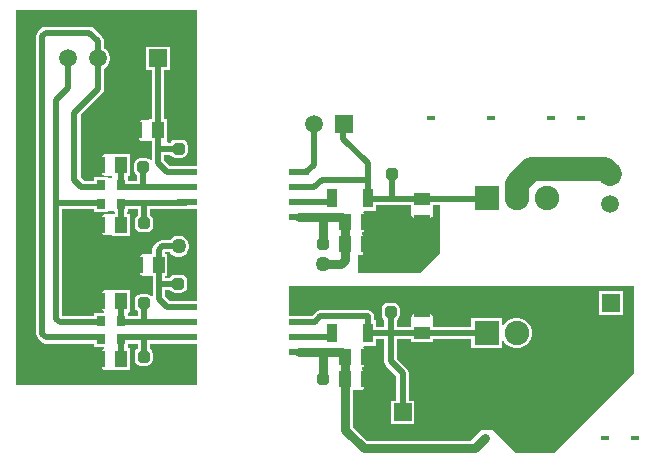
<source format=gtl>
G04*
G04 #@! TF.GenerationSoftware,Altium Limited,Altium Designer,21.6.4 (81)*
G04*
G04 Layer_Physical_Order=1*
G04 Layer_Color=255*
%FSLAX25Y25*%
%MOIN*%
G70*
G04*
G04 #@! TF.SameCoordinates,1C97AE3E-24CA-4656-ADB5-1DC68C47BFAE*
G04*
G04*
G04 #@! TF.FilePolarity,Positive*
G04*
G01*
G75*
%ADD16R,0.07087X0.02362*%
%ADD17R,0.02756X0.03347*%
%ADD18R,0.03543X0.06496*%
G04:AMPARAMS|DCode=19|XSize=39.37mil|YSize=39.37mil|CornerRadius=9.84mil|HoleSize=0mil|Usage=FLASHONLY|Rotation=90.000|XOffset=0mil|YOffset=0mil|HoleType=Round|Shape=RoundedRectangle|*
%AMROUNDEDRECTD19*
21,1,0.03937,0.01968,0,0,90.0*
21,1,0.01968,0.03937,0,0,90.0*
1,1,0.01968,0.00984,0.00984*
1,1,0.01968,0.00984,-0.00984*
1,1,0.01968,-0.00984,-0.00984*
1,1,0.01968,-0.00984,0.00984*
%
%ADD19ROUNDEDRECTD19*%
%ADD20R,0.03937X0.05315*%
%ADD21R,0.05315X0.03937*%
%ADD35C,0.07874*%
%ADD36C,0.02953*%
%ADD37C,0.02000*%
%ADD38R,0.02756X0.01772*%
%ADD39R,0.08150X0.08150*%
%ADD40C,0.08150*%
%ADD41R,0.05906X0.05906*%
%ADD42C,0.05906*%
%ADD43R,0.05906X0.05906*%
%ADD44C,0.05000*%
G36*
X-67500Y110181D02*
X-75543D01*
Y110082D01*
X-76699D01*
X-78444Y111828D01*
Y113880D01*
X-76379D01*
X-76115Y113485D01*
X-75459Y113047D01*
X-74684Y112893D01*
X-72716D01*
X-71942Y113047D01*
X-71285Y113485D01*
X-70847Y114141D01*
X-70693Y114916D01*
Y116884D01*
X-70847Y117658D01*
X-71285Y118315D01*
X-71942Y118753D01*
X-72716Y118907D01*
X-74684D01*
X-75459Y118753D01*
X-76115Y118315D01*
X-76353Y117959D01*
X-77309D01*
X-77590Y118342D01*
Y125657D01*
X-78461D01*
Y142047D01*
X-76547D01*
Y149953D01*
X-84453D01*
Y142047D01*
X-82539D01*
Y125657D01*
X-83527D01*
Y125579D01*
X-85775D01*
X-86165Y125501D01*
X-86496Y125280D01*
X-86717Y124949D01*
X-86794Y124559D01*
Y119441D01*
X-86717Y119051D01*
X-86496Y118720D01*
X-86165Y118499D01*
X-85775Y118421D01*
X-83527D01*
Y118342D01*
X-82522D01*
Y115919D01*
Y112322D01*
X-82834Y112183D01*
X-83022Y112140D01*
X-83641Y112553D01*
X-84416Y112707D01*
X-86384D01*
X-87159Y112553D01*
X-87815Y112115D01*
X-88253Y111459D01*
X-88407Y110684D01*
Y108716D01*
X-88253Y107941D01*
X-87815Y107285D01*
X-87439Y107034D01*
Y105089D01*
X-90574D01*
Y106373D01*
X-90574D01*
X-90500Y106843D01*
X-89990D01*
Y114157D01*
X-95927D01*
Y114079D01*
X-98175D01*
X-98565Y114001D01*
X-98896Y113780D01*
X-99117Y113449D01*
X-99194Y113059D01*
Y107941D01*
X-99117Y107551D01*
X-98896Y107220D01*
X-98565Y106999D01*
X-98175Y106921D01*
X-95946D01*
X-95927Y106902D01*
Y106843D01*
X-95927D01*
X-95782Y106342D01*
X-95823Y106294D01*
X-97070D01*
Y106373D01*
X-101826D01*
Y105239D01*
X-105255D01*
X-106361Y106345D01*
Y127055D01*
X-99058Y134358D01*
X-98616Y135020D01*
X-98461Y135800D01*
Y142613D01*
X-98073Y142837D01*
X-97337Y143573D01*
X-96817Y144474D01*
X-96547Y145480D01*
Y146520D01*
X-96817Y147526D01*
X-97337Y148427D01*
X-98073Y149163D01*
X-98461Y149387D01*
Y151700D01*
X-98616Y152480D01*
X-99058Y153142D01*
X-101958Y156042D01*
X-102620Y156484D01*
X-103400Y156639D01*
X-117928D01*
X-118709Y156484D01*
X-119370Y156042D01*
X-119370Y156042D01*
X-120542Y154870D01*
X-120984Y154209D01*
X-121139Y153428D01*
Y54172D01*
X-120984Y53391D01*
X-120542Y52730D01*
X-119370Y51558D01*
X-119370Y51558D01*
X-118709Y51116D01*
X-117928Y50961D01*
X-101826D01*
Y49727D01*
X-98485D01*
X-98436Y49227D01*
X-98565Y49201D01*
X-98896Y48980D01*
X-99117Y48649D01*
X-99194Y48259D01*
Y43141D01*
X-99117Y42751D01*
X-98896Y42420D01*
X-98565Y42199D01*
X-98175Y42121D01*
X-95927D01*
Y42042D01*
X-89990D01*
Y49358D01*
X-90259D01*
X-90574Y49727D01*
Y50961D01*
X-87339D01*
Y49266D01*
X-87715Y49015D01*
X-88153Y48359D01*
X-88307Y47584D01*
Y45616D01*
X-88153Y44842D01*
X-87715Y44185D01*
X-87059Y43747D01*
X-86284Y43593D01*
X-84316D01*
X-83542Y43747D01*
X-82885Y44185D01*
X-82447Y44842D01*
X-82293Y45616D01*
Y47584D01*
X-82447Y48359D01*
X-82885Y49015D01*
X-83261Y49266D01*
Y50961D01*
X-75543D01*
Y50819D01*
X-67500D01*
Y37000D01*
X-128000D01*
Y162000D01*
X-67500D01*
Y110181D01*
D02*
G37*
G36*
X-75543Y95819D02*
X-67500D01*
Y65181D01*
X-72303D01*
X-72500Y65220D01*
X-72697Y65181D01*
X-75543D01*
Y65039D01*
X-76655D01*
X-78284Y66667D01*
Y68861D01*
X-76466D01*
X-76215Y68485D01*
X-75559Y68047D01*
X-74784Y67893D01*
X-72816D01*
X-72041Y68047D01*
X-71385Y68485D01*
X-70947Y69142D01*
X-70793Y69916D01*
Y71884D01*
X-70947Y72658D01*
X-71385Y73315D01*
X-72041Y73753D01*
X-72816Y73907D01*
X-74784D01*
X-75559Y73753D01*
X-76215Y73315D01*
X-76466Y72939D01*
X-78284D01*
Y73542D01*
X-77390D01*
Y80857D01*
X-78319D01*
Y81361D01*
X-76564D01*
X-76501Y81251D01*
X-75849Y80599D01*
X-75051Y80138D01*
X-74161Y79900D01*
X-73239D01*
X-72349Y80138D01*
X-71551Y80599D01*
X-70899Y81251D01*
X-70438Y82049D01*
X-70200Y82939D01*
Y83861D01*
X-70438Y84751D01*
X-70899Y85549D01*
X-71551Y86201D01*
X-72349Y86661D01*
X-73239Y86900D01*
X-74161D01*
X-75051Y86661D01*
X-75849Y86201D01*
X-76501Y85549D01*
X-76564Y85439D01*
X-79187D01*
X-79967Y85284D01*
X-80629Y84842D01*
X-80629Y84842D01*
X-81800Y83670D01*
X-82242Y83009D01*
X-82398Y82228D01*
Y80857D01*
X-83327D01*
Y80779D01*
X-85575D01*
X-85965Y80701D01*
X-86296Y80480D01*
X-86517Y80149D01*
X-86594Y79759D01*
Y74641D01*
X-86517Y74251D01*
X-86296Y73920D01*
X-85965Y73699D01*
X-85575Y73621D01*
X-83327D01*
Y73542D01*
X-82362D01*
Y70800D01*
Y66932D01*
X-82862Y66780D01*
X-82885Y66815D01*
X-83542Y67253D01*
X-84316Y67407D01*
X-86284D01*
X-87059Y67253D01*
X-87715Y66815D01*
X-88153Y66158D01*
X-88307Y65384D01*
Y63416D01*
X-88153Y62642D01*
X-87715Y61985D01*
X-87339Y61734D01*
Y60039D01*
X-90574D01*
Y61273D01*
X-90259Y61642D01*
X-89990D01*
Y68958D01*
X-95927D01*
Y68879D01*
X-98175D01*
X-98565Y68801D01*
X-98896Y68580D01*
X-99117Y68249D01*
X-99194Y67859D01*
Y62741D01*
X-99117Y62351D01*
X-98896Y62020D01*
X-98565Y61799D01*
X-98436Y61773D01*
X-98485Y61273D01*
X-101826D01*
Y60039D01*
X-112461D01*
Y95861D01*
X-101826D01*
Y94927D01*
X-97070D01*
Y95006D01*
X-95330D01*
Y94927D01*
X-94994D01*
Y94257D01*
X-95927D01*
Y94179D01*
X-98175D01*
X-98565Y94101D01*
X-98896Y93880D01*
X-99117Y93549D01*
X-99194Y93159D01*
Y88041D01*
X-99117Y87651D01*
X-98896Y87320D01*
X-98565Y87099D01*
X-98175Y87021D01*
X-95927D01*
Y86942D01*
X-89990D01*
Y94257D01*
X-90916D01*
Y94927D01*
X-90574D01*
Y95911D01*
X-87239D01*
Y93766D01*
X-87615Y93515D01*
X-88053Y92858D01*
X-88207Y92084D01*
Y90116D01*
X-88053Y89341D01*
X-87615Y88685D01*
X-86958Y88247D01*
X-86184Y88093D01*
X-84216D01*
X-83442Y88247D01*
X-82785Y88685D01*
X-82347Y89341D01*
X-82193Y90116D01*
Y92084D01*
X-82347Y92858D01*
X-82785Y93515D01*
X-83161Y93766D01*
Y95911D01*
X-75543D01*
Y95819D01*
D02*
G37*
G36*
X13500Y81000D02*
X7000Y74500D01*
X-14000D01*
Y80421D01*
X-13067D01*
X-12677Y80499D01*
X-12346Y80720D01*
X-12125Y81051D01*
X-12047Y81441D01*
Y86559D01*
X-12125Y86949D01*
X-12346Y87280D01*
X-12630Y87470D01*
X-12646Y87652D01*
X-12578Y87990D01*
X-12535Y87999D01*
X-12204Y88220D01*
X-11983Y88551D01*
X-11906Y88941D01*
Y94059D01*
X-11983Y94449D01*
X-12185Y94752D01*
X-12153Y94905D01*
X-12011Y95252D01*
X-7724D01*
Y97102D01*
X3842D01*
Y96173D01*
X3921D01*
Y93925D01*
X3999Y93535D01*
X4220Y93204D01*
X4551Y92983D01*
X4941Y92906D01*
X10059D01*
X10449Y92983D01*
X10780Y93204D01*
X11001Y93535D01*
X11079Y93925D01*
Y96173D01*
X11157D01*
Y97102D01*
X13500D01*
Y81000D01*
D02*
G37*
G36*
X78000Y41000D02*
X51500Y14500D01*
X38500D01*
X31000Y22000D01*
X27000D01*
X26272Y21272D01*
X26158D01*
Y21158D01*
X23525Y18525D01*
X-10954D01*
X-15617Y23188D01*
Y35342D01*
X-15173D01*
Y35421D01*
X-12925D01*
X-12535Y35499D01*
X-12204Y35720D01*
X-11983Y36051D01*
X-11906Y36441D01*
Y41559D01*
X-11983Y41949D01*
X-12204Y42280D01*
X-12521Y42492D01*
X-12535Y42575D01*
Y42925D01*
X-12521Y43008D01*
X-12204Y43220D01*
X-11983Y43551D01*
X-11906Y43941D01*
Y49059D01*
X-11983Y49449D01*
X-12185Y49752D01*
X-12153Y49905D01*
X-12011Y50252D01*
X-7724D01*
Y52461D01*
X-5039D01*
Y45000D01*
X-4884Y44220D01*
X-4442Y43558D01*
X-1039Y40155D01*
Y31953D01*
X-2953D01*
Y24047D01*
X4953D01*
Y31953D01*
X3039D01*
Y41000D01*
X2884Y41780D01*
X2442Y42442D01*
X-961Y45845D01*
Y52461D01*
X3842D01*
Y51531D01*
X11157D01*
Y52461D01*
X23925D01*
Y49425D01*
X34075D01*
Y51881D01*
X34575Y52015D01*
X34939Y51384D01*
X35884Y50439D01*
X37041Y49771D01*
X38332Y49425D01*
X39668D01*
X40959Y49771D01*
X42116Y50439D01*
X43061Y51384D01*
X43729Y52541D01*
X44075Y53832D01*
Y55168D01*
X43729Y56459D01*
X43061Y57616D01*
X42116Y58561D01*
X40959Y59229D01*
X39668Y59575D01*
X38332D01*
X37041Y59229D01*
X35884Y58561D01*
X34939Y57616D01*
X34575Y56985D01*
X34075Y57119D01*
Y59575D01*
X23925D01*
Y56539D01*
X11157D01*
Y57468D01*
X11079D01*
Y59716D01*
X11001Y60107D01*
X10780Y60438D01*
X10449Y60659D01*
X10059Y60736D01*
X4941D01*
X4551Y60659D01*
X4220Y60438D01*
X3999Y60107D01*
X3921Y59716D01*
Y57468D01*
X3842D01*
Y56539D01*
X-961D01*
Y58834D01*
X-585Y59085D01*
X-147Y59741D01*
X7Y60516D01*
Y62484D01*
X-147Y63258D01*
X-585Y63915D01*
X-1242Y64353D01*
X-2016Y64507D01*
X-3984D01*
X-4758Y64353D01*
X-5415Y63915D01*
X-5853Y63258D01*
X-6007Y62484D01*
Y60516D01*
X-5853Y59741D01*
X-5415Y59085D01*
X-5039Y58834D01*
Y56539D01*
X-7724D01*
Y58748D01*
X-8461D01*
Y60000D01*
X-8616Y60780D01*
X-9058Y61442D01*
X-9720Y61884D01*
X-10500Y62039D01*
X-26500D01*
X-27280Y61884D01*
X-27942Y61442D01*
X-29164Y60220D01*
X-33219D01*
X-33415Y60181D01*
X-36681D01*
X-37000Y60500D01*
Y70000D01*
X78000D01*
X78000Y41000D01*
D02*
G37*
%LPC*%
G36*
X74453Y68453D02*
X66547D01*
Y60547D01*
X74453D01*
Y68453D01*
D02*
G37*
G36*
X-9250Y30289D02*
X-10030Y30134D01*
X-10692Y29692D01*
X-11134Y29030D01*
X-11289Y28250D01*
X-11134Y27470D01*
X-10692Y26808D01*
X-10442Y26558D01*
X-9780Y26116D01*
X-9000Y25961D01*
X-8220Y26116D01*
X-7558Y26558D01*
X-7116Y27220D01*
X-6961Y28000D01*
X-7116Y28780D01*
X-7558Y29442D01*
X-7808Y29692D01*
X-8470Y30134D01*
X-9250Y30289D01*
D02*
G37*
%LPD*%
D16*
X-71000Y93000D02*
D03*
Y98000D02*
D03*
Y103000D02*
D03*
Y108000D02*
D03*
X-33400Y93000D02*
D03*
Y98000D02*
D03*
Y103000D02*
D03*
Y108000D02*
D03*
Y63000D02*
D03*
Y58000D02*
D03*
Y53000D02*
D03*
Y48000D02*
D03*
X-71000Y63000D02*
D03*
Y58000D02*
D03*
Y53000D02*
D03*
Y48000D02*
D03*
D17*
X-99448Y58600D02*
D03*
X-92952D02*
D03*
X-99448Y52400D02*
D03*
X-92952D02*
D03*
X-99448Y97600D02*
D03*
X-92952D02*
D03*
X-99448Y103700D02*
D03*
X-92952D02*
D03*
D18*
X-10496Y99500D02*
D03*
X-22504D02*
D03*
Y54500D02*
D03*
X-10496D02*
D03*
D19*
X-2500Y107500D02*
D03*
X-3000Y61500D02*
D03*
X-25500Y39000D02*
D03*
Y84000D02*
D03*
X-19000Y67500D02*
D03*
X-11000Y77000D02*
D03*
X-118000Y46000D02*
D03*
X-73800Y70900D02*
D03*
X-73700Y115900D02*
D03*
X-85300Y46600D02*
D03*
X-85200Y91100D02*
D03*
X-85300Y64400D02*
D03*
X-85400Y109700D02*
D03*
D20*
X-87842Y122000D02*
D03*
X-80558D02*
D03*
X-92958Y65300D02*
D03*
X-100242D02*
D03*
X-92958Y45700D02*
D03*
X-100242D02*
D03*
X-10858Y46500D02*
D03*
X-18142D02*
D03*
X-11000Y84000D02*
D03*
X-18283D02*
D03*
X-10858Y39000D02*
D03*
X-18142D02*
D03*
X-10858Y91500D02*
D03*
X-18142D02*
D03*
X-100242Y90600D02*
D03*
X-92958D02*
D03*
X-100242Y110500D02*
D03*
X-92958D02*
D03*
X-80358Y77200D02*
D03*
X-87642D02*
D03*
D21*
X7500Y61783D02*
D03*
Y54500D02*
D03*
Y91858D02*
D03*
Y99142D02*
D03*
D35*
X39053Y99627D02*
Y104302D01*
X68500Y109000D02*
X70000Y107500D01*
X39053Y104302D02*
X43750Y109000D01*
X68500D01*
X39000Y99575D02*
X39053Y99627D01*
D36*
X-18142Y22142D02*
Y39000D01*
X25150Y16000D02*
X28535Y19386D01*
X-12000Y16000D02*
X25150D01*
X-18142Y22142D02*
X-12000Y16000D01*
X-18142Y39000D02*
Y46500D01*
X-33400Y93000D02*
X-25500D01*
Y48000D02*
X-19110D01*
X-33400D02*
X-25500D01*
Y39000D02*
Y48000D01*
X-19110D02*
X-18142Y47032D01*
Y46500D02*
Y47032D01*
X-19455Y77500D02*
X-18283Y78672D01*
Y84000D01*
X-25500Y77500D02*
X-19455D01*
X-25500Y93000D02*
X-19110D01*
X-25500Y84000D02*
Y93000D01*
X-18213Y83382D02*
Y91429D01*
X-18142Y91500D01*
X-19110Y93000D02*
X-18142Y92032D01*
Y91500D02*
Y92032D01*
D37*
X-22504Y98772D02*
Y99500D01*
X-23276Y98000D02*
X-22504Y98772D01*
X-33400Y98000D02*
X-23276D01*
X-28500Y110537D02*
Y124000D01*
X-31037Y108000D02*
X-28500Y110537D01*
X-33400Y108000D02*
X-31037D01*
X-33400Y103000D02*
X-33366Y103034D01*
X-28466D02*
X-26000Y105500D01*
X-33366Y103034D02*
X-28466D01*
X-26000Y105500D02*
X-10496D01*
X-77543Y108043D02*
X-71043D01*
X-85400Y103050D02*
X-71050D01*
X-85200Y97950D02*
X-71050D01*
X-71043Y108043D02*
X-71000Y108000D01*
X-71050Y97950D02*
X-71000Y98000D01*
X-71050Y103050D02*
X-71000Y103000D01*
X-80483Y110983D02*
Y115919D01*
Y110983D02*
X-77543Y108043D01*
X-114500Y97900D02*
X-99748D01*
X-99448Y97600D01*
X-92955Y97597D02*
X-92952Y97600D01*
X-92955Y90603D02*
Y97597D01*
X-92958Y90600D02*
X-92955Y90603D01*
X-92952Y97600D02*
Y97700D01*
X-92902Y97950D02*
X-85200D01*
X-92952Y97900D02*
X-92902Y97950D01*
X-92952Y97700D02*
Y97900D01*
X-99448Y103578D02*
Y103700D01*
X-100500Y135800D02*
Y146000D01*
X-108400Y127900D02*
X-100500Y135800D01*
X-108400Y105500D02*
Y127900D01*
Y105500D02*
X-106100Y103200D01*
X-99826D01*
X-99448Y103578D01*
X-92574Y103050D02*
X-85400D01*
X-92952Y103428D02*
X-92574Y103050D01*
X-92952Y103428D02*
Y103700D01*
X-92955Y103703D02*
X-92952Y103700D01*
X-92955Y103703D02*
Y110497D01*
X-92958Y110500D02*
X-92955Y110497D01*
X-92952Y58378D02*
Y58600D01*
Y58378D02*
X-92574Y58000D01*
X-85400D01*
X-92955Y58603D02*
Y65297D01*
X-113328Y58000D02*
X-99826D01*
X-99448Y58378D02*
Y58600D01*
X-99826Y58000D02*
X-99448Y58378D01*
X-92955Y58603D02*
X-92952Y58600D01*
X-114500Y59172D02*
Y97900D01*
Y59172D02*
X-113328Y58000D01*
X-92958Y65300D02*
X-92955Y65297D01*
X-117928Y53000D02*
X-99826D01*
X-99448Y52400D02*
Y52622D01*
X-99826Y53000D02*
X-99448Y52622D01*
X-119100Y54172D02*
X-117928Y53000D01*
X-92955Y45703D02*
Y52397D01*
X-92952Y52400D01*
X-92958Y45700D02*
X-92955Y45703D01*
X-92574Y53000D02*
X-85500D01*
X-92952Y52622D02*
X-92574Y53000D01*
X-92952Y52400D02*
Y52622D01*
X-100500Y146000D02*
Y151700D01*
X-103400Y154600D02*
X-100500Y151700D01*
X-117928Y154600D02*
X-103400D01*
X-119100Y153428D02*
X-117928Y154600D01*
X-119100Y54172D02*
Y153428D01*
X1000Y28000D02*
Y41000D01*
X-3000Y45000D02*
Y54500D01*
Y45000D02*
X1000Y41000D01*
X-9250Y28250D02*
X-9000Y28000D01*
X7500Y54500D02*
X29000D01*
X-3000D02*
Y61500D01*
Y54500D02*
X7500D01*
X-10496D02*
X-3000D01*
X-10500Y54504D02*
Y60000D01*
Y54504D02*
X-10496Y54500D01*
X-26500Y60000D02*
X-10500D01*
X-28319Y58181D02*
X-26500Y60000D01*
X-33219Y58181D02*
X-28319D01*
X-33400Y58000D02*
X-33219Y58181D01*
X-22504Y54024D02*
Y54500D01*
X-23528Y53000D02*
X-22504Y54024D01*
X-33400Y53000D02*
X-23528D01*
X-18719Y123781D02*
X-18500Y124000D01*
X-18719Y119219D02*
Y123781D01*
Y119219D02*
X-10496Y110996D01*
Y105500D02*
Y110996D01*
X28642Y99142D02*
X29000Y99500D01*
X7500Y99142D02*
X28642D01*
X-2500D02*
X7500D01*
X-10138D02*
X-2500D01*
Y107500D01*
X-10496Y99500D02*
Y105500D01*
Y99500D02*
X-10138Y99142D01*
X-79187Y83400D02*
X-73700D01*
X-80358Y77200D02*
Y82228D01*
X-79187Y83400D01*
X-80483Y115919D02*
X-73720D01*
X-80708Y121850D02*
X-80483Y121625D01*
Y115919D02*
Y121625D01*
X-80500Y122058D02*
Y146000D01*
X-80323Y70800D02*
Y77165D01*
Y65823D02*
Y70800D01*
X-80223Y70900D01*
X-73800D01*
X-80358Y77200D02*
X-80323Y77165D01*
X-77500Y63000D02*
X-72319D01*
X-80323Y65823D02*
X-77500Y63000D01*
X-85500Y53000D02*
X-71000D01*
X-85300Y46600D02*
Y52800D01*
X-85500Y53000D02*
X-85300Y52800D01*
X-85400Y58000D02*
X-71000D01*
X-85400D02*
X-85300Y58100D01*
Y64400D01*
X-114500Y132300D02*
X-110500Y136300D01*
X-114500Y97900D02*
Y132300D01*
X-85200Y91100D02*
Y97950D01*
X-85400Y103050D02*
Y109700D01*
X-110500Y136300D02*
Y146000D01*
X-72319Y63000D02*
X-71000D01*
X-72500Y63181D02*
X-72319Y63000D01*
D38*
X78535Y19386D02*
D03*
X68535D02*
D03*
X48533D02*
D03*
X28535D02*
D03*
X60500Y126000D02*
D03*
X50500D02*
D03*
X30498D02*
D03*
X10500D02*
D03*
D39*
X29000Y54500D02*
D03*
Y99500D02*
D03*
D40*
X39000Y54500D02*
D03*
X49000D02*
D03*
X39000Y99500D02*
D03*
X49000D02*
D03*
D41*
X70500Y64500D02*
D03*
X70000Y107500D02*
D03*
D42*
X70500Y54500D02*
D03*
X-9000Y28000D02*
D03*
X-28500Y124000D02*
D03*
X70000Y97500D02*
D03*
X-90500Y146000D02*
D03*
X-100500D02*
D03*
X-110500D02*
D03*
D43*
X1000Y28000D02*
D03*
X-18500Y124000D02*
D03*
X-80500Y146000D02*
D03*
D44*
X7400Y85300D02*
D03*
X-25500Y77500D02*
D03*
X-106000Y78000D02*
D03*
X-73700Y83400D02*
D03*
M02*

</source>
